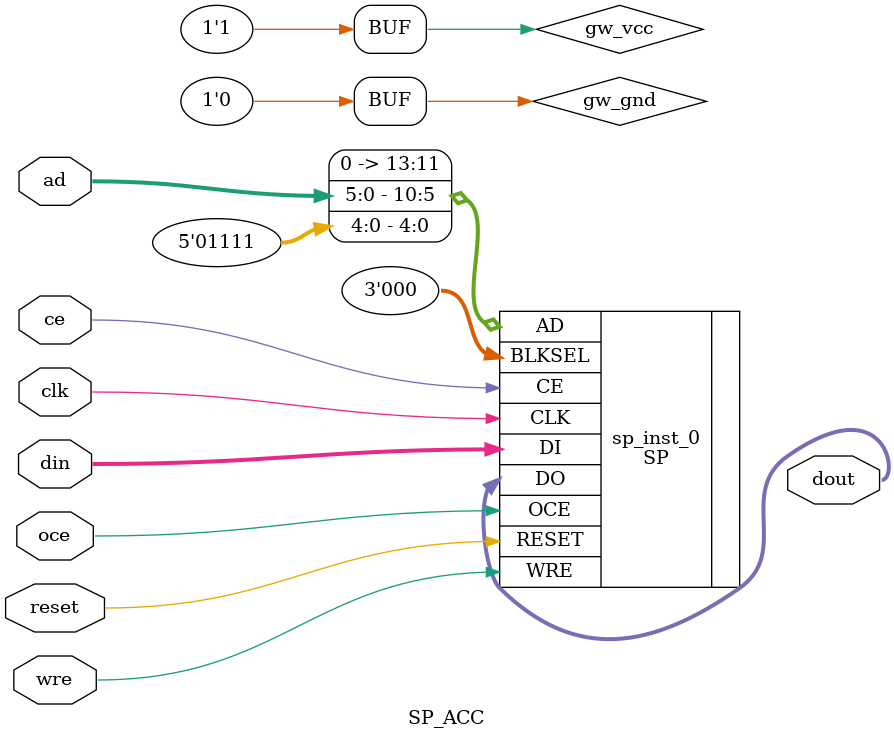
<source format=v>

module SP_ACC (dout, clk, oce, ce, reset, wre, ad, din);

output [25:0] dout;
input clk;
input oce;
input ce;
input reset;
input wre;
input [5:0] ad;
input [25:0] din;

wire gw_vcc;
wire gw_gnd;

assign gw_vcc = 1'b1;
assign gw_gnd = 1'b0;

SP sp_inst_0 (
    .DO(dout[25:0]),
    .CLK(clk),
    .OCE(oce),
    .CE(ce),
    .RESET(reset),
    .WRE(wre),
    .BLKSEL({gw_gnd,gw_gnd,gw_gnd}),
    .AD({gw_gnd,gw_gnd,gw_gnd,ad[5:0],gw_gnd,gw_vcc,gw_vcc,gw_vcc,gw_vcc}),
    .DI(din[25:0])
);

defparam sp_inst_0.READ_MODE = 1'b0;
defparam sp_inst_0.WRITE_MODE = 2'b00;
defparam sp_inst_0.BIT_WIDTH = 32;
defparam sp_inst_0.BLK_SEL = 3'b000;
defparam sp_inst_0.RESET_MODE = "SYNC";

endmodule //SP_ACC

</source>
